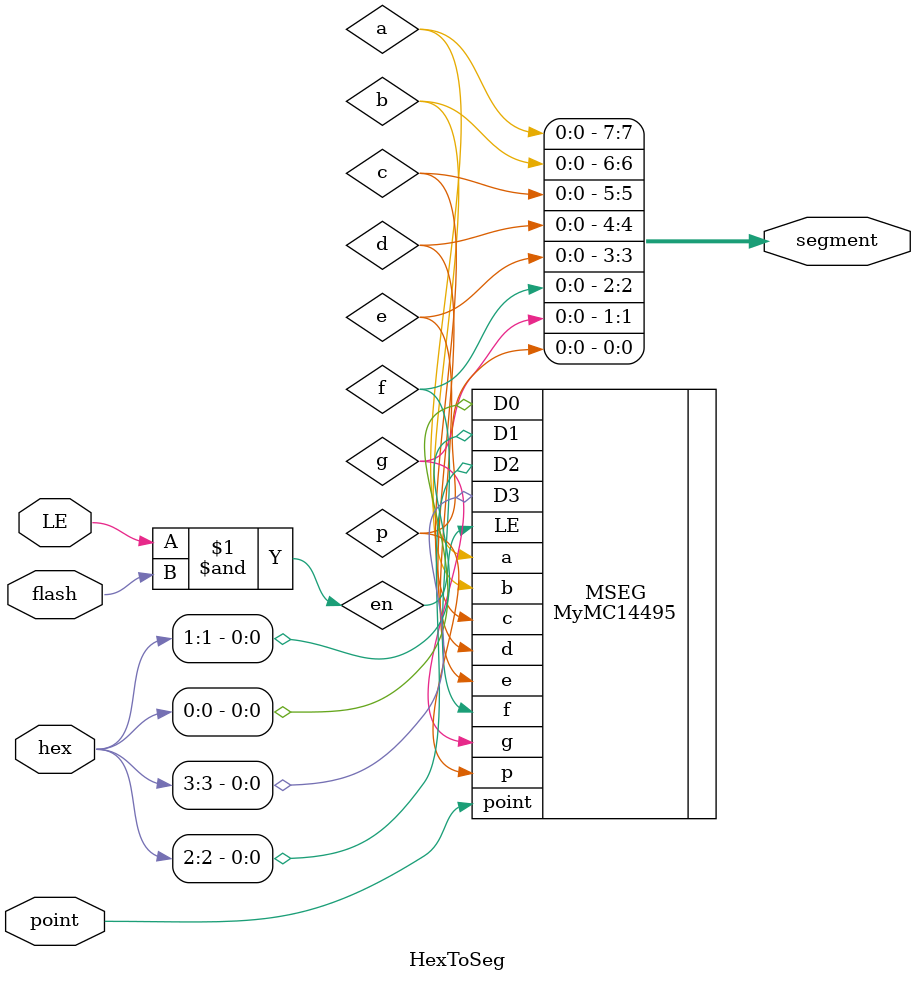
<source format=v>
`timescale 1ns / 1ps


module HexToSeg(
    input [3:0] hex,
    input LE,
    input flash,
    input point,
    output[7:0] segment
);

    wire en = LE & flash;
    MyMC14495 MSEG(.D3(hex[3]), .D2(hex[2]), .D1(hex[1]), .D0(hex[0]), .LE(en), .point(point),
        .a(a), .b(b), .c(c), .d(d), .e(e), .f(f), .g(g), .p(p));

    assign segment = {a, b, c, d, e, f, g, p};

endmodule
</source>
